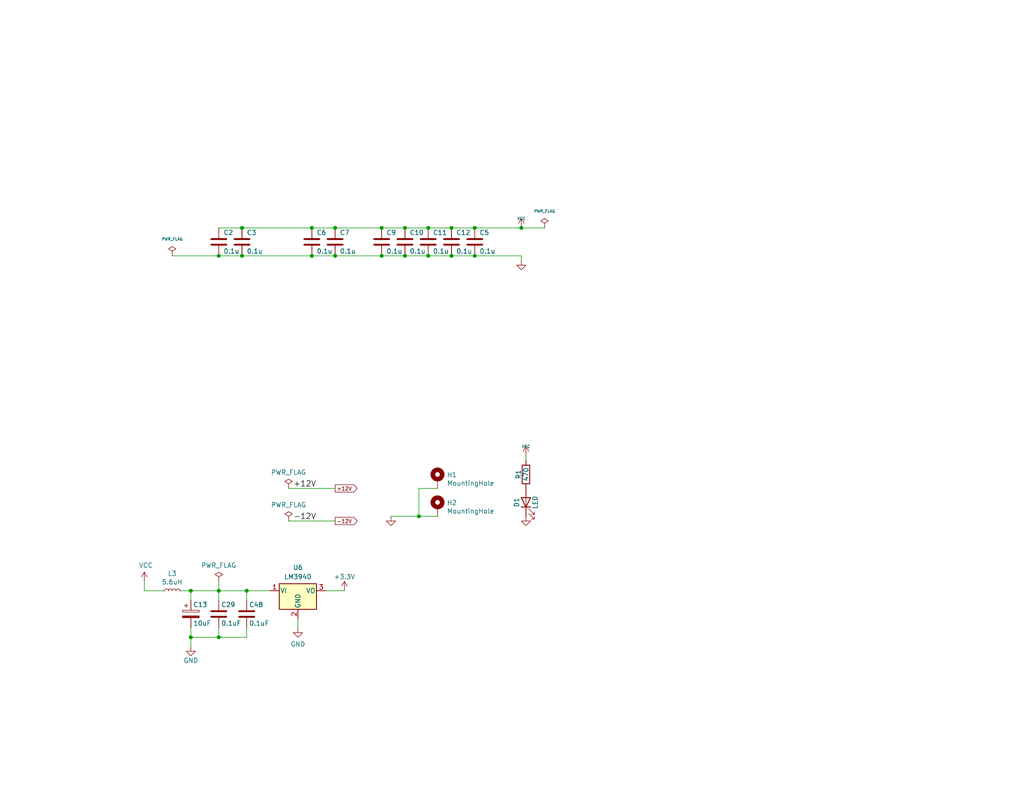
<source format=kicad_sch>
(kicad_sch (version 20230121) (generator eeschema)

  (uuid 47db399e-1a6b-4dec-a39b-ada2c06740c9)

  (paper "A")

  (lib_symbols
    (symbol "Device:C" (pin_numbers hide) (pin_names (offset 0.254)) (in_bom yes) (on_board yes)
      (property "Reference" "C" (at 0.635 2.54 0)
        (effects (font (size 1.27 1.27)) (justify left))
      )
      (property "Value" "C" (at 0.635 -2.54 0)
        (effects (font (size 1.27 1.27)) (justify left))
      )
      (property "Footprint" "" (at 0.9652 -3.81 0)
        (effects (font (size 1.27 1.27)) hide)
      )
      (property "Datasheet" "~" (at 0 0 0)
        (effects (font (size 1.27 1.27)) hide)
      )
      (property "ki_keywords" "cap capacitor" (at 0 0 0)
        (effects (font (size 1.27 1.27)) hide)
      )
      (property "ki_description" "Unpolarized capacitor" (at 0 0 0)
        (effects (font (size 1.27 1.27)) hide)
      )
      (property "ki_fp_filters" "C_*" (at 0 0 0)
        (effects (font (size 1.27 1.27)) hide)
      )
      (symbol "C_0_1"
        (polyline
          (pts
            (xy -2.032 -0.762)
            (xy 2.032 -0.762)
          )
          (stroke (width 0.508) (type default))
          (fill (type none))
        )
        (polyline
          (pts
            (xy -2.032 0.762)
            (xy 2.032 0.762)
          )
          (stroke (width 0.508) (type default))
          (fill (type none))
        )
      )
      (symbol "C_1_1"
        (pin passive line (at 0 3.81 270) (length 2.794)
          (name "~" (effects (font (size 1.27 1.27))))
          (number "1" (effects (font (size 1.27 1.27))))
        )
        (pin passive line (at 0 -3.81 90) (length 2.794)
          (name "~" (effects (font (size 1.27 1.27))))
          (number "2" (effects (font (size 1.27 1.27))))
        )
      )
    )
    (symbol "Device:C_Polarized" (pin_numbers hide) (pin_names (offset 0.254)) (in_bom yes) (on_board yes)
      (property "Reference" "C" (at 0.635 2.54 0)
        (effects (font (size 1.27 1.27)) (justify left))
      )
      (property "Value" "C_Polarized" (at 0.635 -2.54 0)
        (effects (font (size 1.27 1.27)) (justify left))
      )
      (property "Footprint" "" (at 0.9652 -3.81 0)
        (effects (font (size 1.27 1.27)) hide)
      )
      (property "Datasheet" "~" (at 0 0 0)
        (effects (font (size 1.27 1.27)) hide)
      )
      (property "ki_keywords" "cap capacitor" (at 0 0 0)
        (effects (font (size 1.27 1.27)) hide)
      )
      (property "ki_description" "Polarized capacitor" (at 0 0 0)
        (effects (font (size 1.27 1.27)) hide)
      )
      (property "ki_fp_filters" "CP_*" (at 0 0 0)
        (effects (font (size 1.27 1.27)) hide)
      )
      (symbol "C_Polarized_0_1"
        (rectangle (start -2.286 0.508) (end 2.286 1.016)
          (stroke (width 0) (type default))
          (fill (type none))
        )
        (polyline
          (pts
            (xy -1.778 2.286)
            (xy -0.762 2.286)
          )
          (stroke (width 0) (type default))
          (fill (type none))
        )
        (polyline
          (pts
            (xy -1.27 2.794)
            (xy -1.27 1.778)
          )
          (stroke (width 0) (type default))
          (fill (type none))
        )
        (rectangle (start 2.286 -0.508) (end -2.286 -1.016)
          (stroke (width 0) (type default))
          (fill (type outline))
        )
      )
      (symbol "C_Polarized_1_1"
        (pin passive line (at 0 3.81 270) (length 2.794)
          (name "~" (effects (font (size 1.27 1.27))))
          (number "1" (effects (font (size 1.27 1.27))))
        )
        (pin passive line (at 0 -3.81 90) (length 2.794)
          (name "~" (effects (font (size 1.27 1.27))))
          (number "2" (effects (font (size 1.27 1.27))))
        )
      )
    )
    (symbol "Device:LED" (pin_numbers hide) (pin_names (offset 1.016) hide) (in_bom yes) (on_board yes)
      (property "Reference" "D" (at 0 2.54 0)
        (effects (font (size 1.27 1.27)))
      )
      (property "Value" "LED" (at 0 -2.54 0)
        (effects (font (size 1.27 1.27)))
      )
      (property "Footprint" "" (at 0 0 0)
        (effects (font (size 1.27 1.27)) hide)
      )
      (property "Datasheet" "~" (at 0 0 0)
        (effects (font (size 1.27 1.27)) hide)
      )
      (property "ki_keywords" "LED diode" (at 0 0 0)
        (effects (font (size 1.27 1.27)) hide)
      )
      (property "ki_description" "Light emitting diode" (at 0 0 0)
        (effects (font (size 1.27 1.27)) hide)
      )
      (property "ki_fp_filters" "LED* LED_SMD:* LED_THT:*" (at 0 0 0)
        (effects (font (size 1.27 1.27)) hide)
      )
      (symbol "LED_0_1"
        (polyline
          (pts
            (xy -1.27 -1.27)
            (xy -1.27 1.27)
          )
          (stroke (width 0.254) (type default))
          (fill (type none))
        )
        (polyline
          (pts
            (xy -1.27 0)
            (xy 1.27 0)
          )
          (stroke (width 0) (type default))
          (fill (type none))
        )
        (polyline
          (pts
            (xy 1.27 -1.27)
            (xy 1.27 1.27)
            (xy -1.27 0)
            (xy 1.27 -1.27)
          )
          (stroke (width 0.254) (type default))
          (fill (type none))
        )
        (polyline
          (pts
            (xy -3.048 -0.762)
            (xy -4.572 -2.286)
            (xy -3.81 -2.286)
            (xy -4.572 -2.286)
            (xy -4.572 -1.524)
          )
          (stroke (width 0) (type default))
          (fill (type none))
        )
        (polyline
          (pts
            (xy -1.778 -0.762)
            (xy -3.302 -2.286)
            (xy -2.54 -2.286)
            (xy -3.302 -2.286)
            (xy -3.302 -1.524)
          )
          (stroke (width 0) (type default))
          (fill (type none))
        )
      )
      (symbol "LED_1_1"
        (pin passive line (at -3.81 0 0) (length 2.54)
          (name "K" (effects (font (size 1.27 1.27))))
          (number "1" (effects (font (size 1.27 1.27))))
        )
        (pin passive line (at 3.81 0 180) (length 2.54)
          (name "A" (effects (font (size 1.27 1.27))))
          (number "2" (effects (font (size 1.27 1.27))))
        )
      )
    )
    (symbol "Device:L_Small" (pin_numbers hide) (pin_names (offset 0.254) hide) (in_bom yes) (on_board yes)
      (property "Reference" "L" (at 0.762 1.016 0)
        (effects (font (size 1.27 1.27)) (justify left))
      )
      (property "Value" "L_Small" (at 0.762 -1.016 0)
        (effects (font (size 1.27 1.27)) (justify left))
      )
      (property "Footprint" "" (at 0 0 0)
        (effects (font (size 1.27 1.27)) hide)
      )
      (property "Datasheet" "~" (at 0 0 0)
        (effects (font (size 1.27 1.27)) hide)
      )
      (property "ki_keywords" "inductor choke coil reactor magnetic" (at 0 0 0)
        (effects (font (size 1.27 1.27)) hide)
      )
      (property "ki_description" "Inductor, small symbol" (at 0 0 0)
        (effects (font (size 1.27 1.27)) hide)
      )
      (property "ki_fp_filters" "Choke_* *Coil* Inductor_* L_*" (at 0 0 0)
        (effects (font (size 1.27 1.27)) hide)
      )
      (symbol "L_Small_0_1"
        (arc (start 0 -2.032) (mid 0.5058 -1.524) (end 0 -1.016)
          (stroke (width 0) (type default))
          (fill (type none))
        )
        (arc (start 0 -1.016) (mid 0.5058 -0.508) (end 0 0)
          (stroke (width 0) (type default))
          (fill (type none))
        )
        (arc (start 0 0) (mid 0.5058 0.508) (end 0 1.016)
          (stroke (width 0) (type default))
          (fill (type none))
        )
        (arc (start 0 1.016) (mid 0.5058 1.524) (end 0 2.032)
          (stroke (width 0) (type default))
          (fill (type none))
        )
      )
      (symbol "L_Small_1_1"
        (pin passive line (at 0 2.54 270) (length 0.508)
          (name "~" (effects (font (size 1.27 1.27))))
          (number "1" (effects (font (size 1.27 1.27))))
        )
        (pin passive line (at 0 -2.54 90) (length 0.508)
          (name "~" (effects (font (size 1.27 1.27))))
          (number "2" (effects (font (size 1.27 1.27))))
        )
      )
    )
    (symbol "Device:R" (pin_numbers hide) (pin_names (offset 0)) (in_bom yes) (on_board yes)
      (property "Reference" "R" (at 2.032 0 90)
        (effects (font (size 1.27 1.27)))
      )
      (property "Value" "R" (at 0 0 90)
        (effects (font (size 1.27 1.27)))
      )
      (property "Footprint" "" (at -1.778 0 90)
        (effects (font (size 1.27 1.27)) hide)
      )
      (property "Datasheet" "~" (at 0 0 0)
        (effects (font (size 1.27 1.27)) hide)
      )
      (property "ki_keywords" "R res resistor" (at 0 0 0)
        (effects (font (size 1.27 1.27)) hide)
      )
      (property "ki_description" "Resistor" (at 0 0 0)
        (effects (font (size 1.27 1.27)) hide)
      )
      (property "ki_fp_filters" "R_*" (at 0 0 0)
        (effects (font (size 1.27 1.27)) hide)
      )
      (symbol "R_0_1"
        (rectangle (start -1.016 -2.54) (end 1.016 2.54)
          (stroke (width 0.254) (type default))
          (fill (type none))
        )
      )
      (symbol "R_1_1"
        (pin passive line (at 0 3.81 270) (length 1.27)
          (name "~" (effects (font (size 1.27 1.27))))
          (number "1" (effects (font (size 1.27 1.27))))
        )
        (pin passive line (at 0 -3.81 90) (length 1.27)
          (name "~" (effects (font (size 1.27 1.27))))
          (number "2" (effects (font (size 1.27 1.27))))
        )
      )
    )
    (symbol "Mechanical:MountingHole_Pad" (pin_numbers hide) (pin_names (offset 1.016) hide) (in_bom yes) (on_board yes)
      (property "Reference" "H" (at 0 6.35 0)
        (effects (font (size 1.27 1.27)))
      )
      (property "Value" "MountingHole_Pad" (at 0 4.445 0)
        (effects (font (size 1.27 1.27)))
      )
      (property "Footprint" "" (at 0 0 0)
        (effects (font (size 1.27 1.27)) hide)
      )
      (property "Datasheet" "~" (at 0 0 0)
        (effects (font (size 1.27 1.27)) hide)
      )
      (property "ki_keywords" "mounting hole" (at 0 0 0)
        (effects (font (size 1.27 1.27)) hide)
      )
      (property "ki_description" "Mounting Hole with connection" (at 0 0 0)
        (effects (font (size 1.27 1.27)) hide)
      )
      (property "ki_fp_filters" "MountingHole*Pad*" (at 0 0 0)
        (effects (font (size 1.27 1.27)) hide)
      )
      (symbol "MountingHole_Pad_0_1"
        (circle (center 0 1.27) (radius 1.27)
          (stroke (width 1.27) (type default))
          (fill (type none))
        )
      )
      (symbol "MountingHole_Pad_1_1"
        (pin input line (at 0 -2.54 90) (length 2.54)
          (name "1" (effects (font (size 1.27 1.27))))
          (number "1" (effects (font (size 1.27 1.27))))
        )
      )
    )
    (symbol "Regulator_Linear:LM2937xT" (pin_names (offset 0.254)) (in_bom yes) (on_board yes)
      (property "Reference" "U" (at -3.81 3.175 0)
        (effects (font (size 1.27 1.27)))
      )
      (property "Value" "LM2937xT" (at 0 3.175 0)
        (effects (font (size 1.27 1.27)) (justify left))
      )
      (property "Footprint" "Package_TO_SOT_THT:TO-220-3_Vertical" (at 0 5.715 0)
        (effects (font (size 1.27 1.27) italic) hide)
      )
      (property "Datasheet" "http://www.ti.com/lit/ds/symlink/lm2937.pdf" (at 0 -1.27 0)
        (effects (font (size 1.27 1.27)) hide)
      )
      (property "ki_keywords" "Voltage Regulator Low Dropuout Positive LDO" (at 0 0 0)
        (effects (font (size 1.27 1.27)) hide)
      )
      (property "ki_description" "500-mA Low Dropout Regulator, TO-220" (at 0 0 0)
        (effects (font (size 1.27 1.27)) hide)
      )
      (property "ki_fp_filters" "TO?220*" (at 0 0 0)
        (effects (font (size 1.27 1.27)) hide)
      )
      (symbol "LM2937xT_0_1"
        (rectangle (start -5.08 1.905) (end 5.08 -5.08)
          (stroke (width 0.254) (type default))
          (fill (type background))
        )
      )
      (symbol "LM2937xT_1_1"
        (pin power_in line (at -7.62 0 0) (length 2.54)
          (name "VI" (effects (font (size 1.27 1.27))))
          (number "1" (effects (font (size 1.27 1.27))))
        )
        (pin power_in line (at 0 -7.62 90) (length 2.54)
          (name "GND" (effects (font (size 1.27 1.27))))
          (number "2" (effects (font (size 1.27 1.27))))
        )
        (pin power_out line (at 7.62 0 180) (length 2.54)
          (name "VO" (effects (font (size 1.27 1.27))))
          (number "3" (effects (font (size 1.27 1.27))))
        )
      )
    )
    (symbol "power:+3.3V" (power) (pin_names (offset 0)) (in_bom yes) (on_board yes)
      (property "Reference" "#PWR" (at 0 -3.81 0)
        (effects (font (size 1.27 1.27)) hide)
      )
      (property "Value" "+3.3V" (at 0 3.556 0)
        (effects (font (size 1.27 1.27)))
      )
      (property "Footprint" "" (at 0 0 0)
        (effects (font (size 1.27 1.27)) hide)
      )
      (property "Datasheet" "" (at 0 0 0)
        (effects (font (size 1.27 1.27)) hide)
      )
      (property "ki_keywords" "global power" (at 0 0 0)
        (effects (font (size 1.27 1.27)) hide)
      )
      (property "ki_description" "Power symbol creates a global label with name \"+3.3V\"" (at 0 0 0)
        (effects (font (size 1.27 1.27)) hide)
      )
      (symbol "+3.3V_0_1"
        (polyline
          (pts
            (xy -0.762 1.27)
            (xy 0 2.54)
          )
          (stroke (width 0) (type default))
          (fill (type none))
        )
        (polyline
          (pts
            (xy 0 0)
            (xy 0 2.54)
          )
          (stroke (width 0) (type default))
          (fill (type none))
        )
        (polyline
          (pts
            (xy 0 2.54)
            (xy 0.762 1.27)
          )
          (stroke (width 0) (type default))
          (fill (type none))
        )
      )
      (symbol "+3.3V_1_1"
        (pin power_in line (at 0 0 90) (length 0) hide
          (name "+3.3V" (effects (font (size 1.27 1.27))))
          (number "1" (effects (font (size 1.27 1.27))))
        )
      )
    )
    (symbol "power:GND" (power) (pin_names (offset 0)) (in_bom yes) (on_board yes)
      (property "Reference" "#PWR" (at 0 -6.35 0)
        (effects (font (size 1.27 1.27)) hide)
      )
      (property "Value" "GND" (at 0 -3.81 0)
        (effects (font (size 1.27 1.27)))
      )
      (property "Footprint" "" (at 0 0 0)
        (effects (font (size 1.27 1.27)) hide)
      )
      (property "Datasheet" "" (at 0 0 0)
        (effects (font (size 1.27 1.27)) hide)
      )
      (property "ki_keywords" "global power" (at 0 0 0)
        (effects (font (size 1.27 1.27)) hide)
      )
      (property "ki_description" "Power symbol creates a global label with name \"GND\" , ground" (at 0 0 0)
        (effects (font (size 1.27 1.27)) hide)
      )
      (symbol "GND_0_1"
        (polyline
          (pts
            (xy 0 0)
            (xy 0 -1.27)
            (xy 1.27 -1.27)
            (xy 0 -2.54)
            (xy -1.27 -1.27)
            (xy 0 -1.27)
          )
          (stroke (width 0) (type default))
          (fill (type none))
        )
      )
      (symbol "GND_1_1"
        (pin power_in line (at 0 0 270) (length 0) hide
          (name "GND" (effects (font (size 1.27 1.27))))
          (number "1" (effects (font (size 1.27 1.27))))
        )
      )
    )
    (symbol "power:PWR_FLAG" (power) (pin_numbers hide) (pin_names (offset 0) hide) (in_bom yes) (on_board yes)
      (property "Reference" "#FLG" (at 0 1.905 0)
        (effects (font (size 1.27 1.27)) hide)
      )
      (property "Value" "PWR_FLAG" (at 0 3.81 0)
        (effects (font (size 1.27 1.27)))
      )
      (property "Footprint" "" (at 0 0 0)
        (effects (font (size 1.27 1.27)) hide)
      )
      (property "Datasheet" "~" (at 0 0 0)
        (effects (font (size 1.27 1.27)) hide)
      )
      (property "ki_keywords" "flag power" (at 0 0 0)
        (effects (font (size 1.27 1.27)) hide)
      )
      (property "ki_description" "Special symbol for telling ERC where power comes from" (at 0 0 0)
        (effects (font (size 1.27 1.27)) hide)
      )
      (symbol "PWR_FLAG_0_0"
        (pin power_out line (at 0 0 90) (length 0)
          (name "pwr" (effects (font (size 1.27 1.27))))
          (number "1" (effects (font (size 1.27 1.27))))
        )
      )
      (symbol "PWR_FLAG_0_1"
        (polyline
          (pts
            (xy 0 0)
            (xy 0 1.27)
            (xy -1.016 1.905)
            (xy 0 2.54)
            (xy 1.016 1.905)
            (xy 0 1.27)
          )
          (stroke (width 0) (type default))
          (fill (type none))
        )
      )
    )
    (symbol "power:VCC" (power) (pin_names (offset 0)) (in_bom yes) (on_board yes)
      (property "Reference" "#PWR" (at 0 -3.81 0)
        (effects (font (size 1.27 1.27)) hide)
      )
      (property "Value" "VCC" (at 0 3.81 0)
        (effects (font (size 1.27 1.27)))
      )
      (property "Footprint" "" (at 0 0 0)
        (effects (font (size 1.27 1.27)) hide)
      )
      (property "Datasheet" "" (at 0 0 0)
        (effects (font (size 1.27 1.27)) hide)
      )
      (property "ki_keywords" "global power" (at 0 0 0)
        (effects (font (size 1.27 1.27)) hide)
      )
      (property "ki_description" "Power symbol creates a global label with name \"VCC\"" (at 0 0 0)
        (effects (font (size 1.27 1.27)) hide)
      )
      (symbol "VCC_0_1"
        (polyline
          (pts
            (xy -0.762 1.27)
            (xy 0 2.54)
          )
          (stroke (width 0) (type default))
          (fill (type none))
        )
        (polyline
          (pts
            (xy 0 0)
            (xy 0 2.54)
          )
          (stroke (width 0) (type default))
          (fill (type none))
        )
        (polyline
          (pts
            (xy 0 2.54)
            (xy 0.762 1.27)
          )
          (stroke (width 0) (type default))
          (fill (type none))
        )
      )
      (symbol "VCC_1_1"
        (pin power_in line (at 0 0 90) (length 0) hide
          (name "VCC" (effects (font (size 1.27 1.27))))
          (number "1" (effects (font (size 1.27 1.27))))
        )
      )
    )
  )

  (junction (at 52.07 161.29) (diameter 0) (color 0 0 0 0)
    (uuid 0f61b2ea-0d75-4a48-91d2-9c158b2e1fc5)
  )
  (junction (at 67.31 161.29) (diameter 0) (color 0 0 0 0)
    (uuid 14167b96-9f92-4dc7-9700-3113dbd218af)
  )
  (junction (at 66.04 62.23) (diameter 0) (color 0 0 0 0)
    (uuid 1873697a-cf2e-4a34-936f-e209e8ddd364)
  )
  (junction (at 116.84 62.23) (diameter 0) (color 0 0 0 0)
    (uuid 1bf5562b-3542-4247-b93c-7b07ab3819f9)
  )
  (junction (at 142.24 62.23) (diameter 0) (color 0 0 0 0)
    (uuid 1fb3eab2-6afe-4b26-b45d-dc6cd75af693)
  )
  (junction (at 91.44 62.23) (diameter 0) (color 0 0 0 0)
    (uuid 24849768-9bbe-4f3f-822d-e82531ce8bb2)
  )
  (junction (at 91.44 69.85) (diameter 0) (color 0 0 0 0)
    (uuid 30e85b54-ffe5-45f0-93ec-04a0d4f856ff)
  )
  (junction (at 104.14 62.23) (diameter 0) (color 0 0 0 0)
    (uuid 52bc679b-f811-4429-98cf-f216756deff2)
  )
  (junction (at 66.04 69.85) (diameter 0) (color 0 0 0 0)
    (uuid 58d6a270-2070-44f8-a02c-77913c34a3a5)
  )
  (junction (at 116.84 69.85) (diameter 0) (color 0 0 0 0)
    (uuid 683ffb95-b6c9-4d0b-8b90-c32156d4bdb4)
  )
  (junction (at 114.3 140.97) (diameter 0) (color 0 0 0 0)
    (uuid 6f397fa0-b9d6-41bb-8d07-b4a48df39608)
  )
  (junction (at 52.07 173.99) (diameter 0) (color 0 0 0 0)
    (uuid 7f87756f-e408-4fcf-b1c3-81cb4590bd3b)
  )
  (junction (at 110.49 62.23) (diameter 0) (color 0 0 0 0)
    (uuid 83b4b701-1839-43aa-817b-918a3e380f22)
  )
  (junction (at 59.69 161.29) (diameter 0) (color 0 0 0 0)
    (uuid 865ff90e-aea6-461a-880c-f2131e430f58)
  )
  (junction (at 123.19 62.23) (diameter 0) (color 0 0 0 0)
    (uuid 8c11daf5-dcc3-45e3-93e0-2675a5e3baf7)
  )
  (junction (at 129.54 62.23) (diameter 0) (color 0 0 0 0)
    (uuid 906102c6-def4-4e2f-8baa-6ae4d7606802)
  )
  (junction (at 110.49 69.85) (diameter 0) (color 0 0 0 0)
    (uuid 99d4ff07-8e97-4343-ba6c-533dea2d6ded)
  )
  (junction (at 104.14 69.85) (diameter 0) (color 0 0 0 0)
    (uuid 9a486393-d8ef-447f-a2a7-496997e9848d)
  )
  (junction (at 85.09 62.23) (diameter 0) (color 0 0 0 0)
    (uuid a412f9fd-17d0-4bf1-80bd-4ed31414d7b5)
  )
  (junction (at 59.69 173.99) (diameter 0) (color 0 0 0 0)
    (uuid b530abcb-7c67-4f89-9a50-a65c14e8d081)
  )
  (junction (at 123.19 69.85) (diameter 0) (color 0 0 0 0)
    (uuid b800b908-ce07-4504-8227-017ec68c715f)
  )
  (junction (at 129.54 69.85) (diameter 0) (color 0 0 0 0)
    (uuid d2d6e354-2810-4666-bafd-5a8c441f8d3e)
  )
  (junction (at 85.09 69.85) (diameter 0) (color 0 0 0 0)
    (uuid d89d5047-2476-490f-88ef-3ac1e183075e)
  )
  (junction (at 59.69 69.85) (diameter 0) (color 0 0 0 0)
    (uuid f5d8be65-f36b-4350-b75e-868d563b6b2f)
  )

  (wire (pts (xy 67.31 163.83) (xy 67.31 161.29))
    (stroke (width 0) (type default))
    (uuid 0ceafd4c-ede8-4fdd-8846-bca28067bb99)
  )
  (wire (pts (xy 67.31 173.99) (xy 59.69 173.99))
    (stroke (width 0) (type default))
    (uuid 2138b346-3ae6-45a8-b235-f7a7ca273ff7)
  )
  (wire (pts (xy 119.38 140.97) (xy 114.3 140.97))
    (stroke (width 0) (type default))
    (uuid 2f76b7c6-1eb6-4fe0-a054-5caf72ed25a6)
  )
  (wire (pts (xy 78.74 133.35) (xy 91.44 133.35))
    (stroke (width 0) (type default))
    (uuid 33f0abef-d2bf-41dd-b7d5-e1dbc972c3e1)
  )
  (wire (pts (xy 91.44 62.23) (xy 104.14 62.23))
    (stroke (width 0) (type default))
    (uuid 34c42e02-019d-4fd8-b0e7-9435ce1ee5d8)
  )
  (wire (pts (xy 67.31 171.45) (xy 67.31 173.99))
    (stroke (width 0) (type default))
    (uuid 4d074d01-fb1b-4a24-ad00-14546d660920)
  )
  (wire (pts (xy 129.54 69.85) (xy 142.24 69.85))
    (stroke (width 0) (type default))
    (uuid 563ef5c9-d6c2-4ca5-9f77-5999989bfd43)
  )
  (wire (pts (xy 91.44 69.85) (xy 104.14 69.85))
    (stroke (width 0) (type default))
    (uuid 582655ff-1f7e-49ad-980a-6b7a8ef260ad)
  )
  (wire (pts (xy 52.07 173.99) (xy 52.07 176.53))
    (stroke (width 0) (type default))
    (uuid 5893a90b-2eb5-41b3-a16c-f33908473f5c)
  )
  (wire (pts (xy 46.99 69.85) (xy 59.69 69.85))
    (stroke (width 0) (type default))
    (uuid 594354b1-7c41-488d-a103-6f4e94a42c44)
  )
  (wire (pts (xy 52.07 161.29) (xy 59.69 161.29))
    (stroke (width 0) (type default))
    (uuid 638a944e-00d1-487a-a7c8-1cc3681aced2)
  )
  (wire (pts (xy 142.24 62.23) (xy 148.59 62.23))
    (stroke (width 0) (type default))
    (uuid 63fd16b2-c326-466d-b3bf-f0529ed1b8fa)
  )
  (wire (pts (xy 88.9 161.29) (xy 93.98 161.29))
    (stroke (width 0) (type default))
    (uuid 6c5be892-017d-49c9-92b8-2b436d9900b7)
  )
  (wire (pts (xy 123.19 62.23) (xy 129.54 62.23))
    (stroke (width 0) (type default))
    (uuid 6d6ee033-4b8b-4114-b5b3-ad5736c88f68)
  )
  (wire (pts (xy 39.37 161.29) (xy 39.37 158.75))
    (stroke (width 0) (type default))
    (uuid 6d8edd44-657f-465d-b7a1-9e4d0eaf833a)
  )
  (wire (pts (xy 67.31 161.29) (xy 73.66 161.29))
    (stroke (width 0) (type default))
    (uuid 6f4fde79-1e3f-412e-a1ad-4ce031ab7365)
  )
  (wire (pts (xy 59.69 161.29) (xy 59.69 158.75))
    (stroke (width 0) (type default))
    (uuid 7250eb38-935e-4d9b-923c-f71e5146d39e)
  )
  (wire (pts (xy 110.49 62.23) (xy 116.84 62.23))
    (stroke (width 0) (type default))
    (uuid 74d2af76-0019-46b7-af5c-e6d6a62c454e)
  )
  (wire (pts (xy 78.74 142.24) (xy 91.44 142.24))
    (stroke (width 0) (type default))
    (uuid 7527b0a3-6386-4182-9b62-e914af159f15)
  )
  (wire (pts (xy 49.53 161.29) (xy 52.07 161.29))
    (stroke (width 0) (type default))
    (uuid 80eaaabc-c63e-4839-8af9-8c65f912e860)
  )
  (wire (pts (xy 66.04 62.23) (xy 59.69 62.23))
    (stroke (width 0) (type default))
    (uuid 85bc6131-9e64-4a9c-b88a-e0d3fe411a02)
  )
  (wire (pts (xy 59.69 161.29) (xy 59.69 163.83))
    (stroke (width 0) (type default))
    (uuid 897d8bc5-341f-4b56-ae90-5b6a85d6a91a)
  )
  (wire (pts (xy 66.04 69.85) (xy 85.09 69.85))
    (stroke (width 0) (type default))
    (uuid 90d55f4d-aa54-4e79-a700-8f9cf315751e)
  )
  (wire (pts (xy 52.07 171.45) (xy 52.07 173.99))
    (stroke (width 0) (type default))
    (uuid 90e06103-40bb-4fa7-a363-acd6aeded49a)
  )
  (wire (pts (xy 59.69 173.99) (xy 59.69 171.45))
    (stroke (width 0) (type default))
    (uuid 9f649c45-29a8-4f7d-ae26-d2a0f0d396db)
  )
  (wire (pts (xy 116.84 69.85) (xy 123.19 69.85))
    (stroke (width 0) (type default))
    (uuid a8dc007d-5373-4563-9c84-1734e770aa76)
  )
  (wire (pts (xy 81.28 168.91) (xy 81.28 171.45))
    (stroke (width 0) (type default))
    (uuid b122837d-e652-43f8-844b-a7aa43faaf12)
  )
  (wire (pts (xy 91.44 62.23) (xy 85.09 62.23))
    (stroke (width 0) (type default))
    (uuid b30ed4f8-417b-4972-b984-12639f2353a3)
  )
  (wire (pts (xy 119.38 133.35) (xy 114.3 133.35))
    (stroke (width 0) (type default))
    (uuid b46f633c-ac58-4999-9269-ae2e06d3f024)
  )
  (wire (pts (xy 142.24 69.85) (xy 142.24 71.12))
    (stroke (width 0) (type default))
    (uuid b4f4bb33-0f1b-44f9-846d-a38da892b7b6)
  )
  (wire (pts (xy 66.04 62.23) (xy 85.09 62.23))
    (stroke (width 0) (type default))
    (uuid b65dfa83-acd3-48ba-b86a-7c0715eebdd4)
  )
  (wire (pts (xy 59.69 161.29) (xy 67.31 161.29))
    (stroke (width 0) (type default))
    (uuid bf1a0bbf-8b90-4389-a21c-544b111ae4d0)
  )
  (wire (pts (xy 123.19 69.85) (xy 129.54 69.85))
    (stroke (width 0) (type default))
    (uuid c46accee-2111-429e-bdc9-05a23230dfa3)
  )
  (wire (pts (xy 52.07 173.99) (xy 59.69 173.99))
    (stroke (width 0) (type default))
    (uuid c8826179-eac4-4d2c-93c8-cad0abdcc27c)
  )
  (wire (pts (xy 143.51 125.73) (xy 143.51 124.46))
    (stroke (width 0) (type default))
    (uuid ce1790f2-9429-4349-b8b1-2b4d661932d6)
  )
  (wire (pts (xy 104.14 69.85) (xy 110.49 69.85))
    (stroke (width 0) (type default))
    (uuid d5e9c4c3-4aba-4fb6-8c52-7a6c2c001a29)
  )
  (wire (pts (xy 52.07 161.29) (xy 52.07 163.83))
    (stroke (width 0) (type default))
    (uuid d83f9cdb-becd-4245-b6bb-0a787810b147)
  )
  (wire (pts (xy 110.49 62.23) (xy 104.14 62.23))
    (stroke (width 0) (type default))
    (uuid e0317e0d-2e19-4393-a2e5-630d33ed22cc)
  )
  (wire (pts (xy 116.84 62.23) (xy 123.19 62.23))
    (stroke (width 0) (type default))
    (uuid eb930c07-9dfa-48c0-a055-01fdec03c2f2)
  )
  (wire (pts (xy 114.3 133.35) (xy 114.3 140.97))
    (stroke (width 0) (type default))
    (uuid eba04195-c0c8-47c3-9568-40898bf98182)
  )
  (wire (pts (xy 110.49 69.85) (xy 116.84 69.85))
    (stroke (width 0) (type default))
    (uuid ec7e1fb6-9fa1-4de1-9551-0e3317fb61f8)
  )
  (wire (pts (xy 129.54 62.23) (xy 142.24 62.23))
    (stroke (width 0) (type default))
    (uuid f1a2519e-3b7f-4f97-9e57-8fab52793cb7)
  )
  (wire (pts (xy 59.69 69.85) (xy 66.04 69.85))
    (stroke (width 0) (type default))
    (uuid f6c00d7a-074a-4b13-b230-752fa152f154)
  )
  (wire (pts (xy 44.45 161.29) (xy 39.37 161.29))
    (stroke (width 0) (type default))
    (uuid f9ac958b-64b0-4926-9370-1fdc5fe7d191)
  )
  (wire (pts (xy 85.09 69.85) (xy 91.44 69.85))
    (stroke (width 0) (type default))
    (uuid fa888657-b601-4f58-b2a9-43c503004ff2)
  )
  (wire (pts (xy 114.3 140.97) (xy 106.68 140.97))
    (stroke (width 0) (type default))
    (uuid fea8058a-d83f-49bb-8d00-81d481939c1e)
  )

  (label "-12V" (at 80.01 142.24 0) (fields_autoplaced)
    (effects (font (size 1.524 1.524)) (justify left bottom))
    (uuid 4502131f-b4a1-410d-9c5f-50a456002a61)
  )
  (label "+12V" (at 80.01 133.35 0) (fields_autoplaced)
    (effects (font (size 1.524 1.524)) (justify left bottom))
    (uuid a4407ca6-1051-4172-835b-aa866637b5ea)
  )

  (global_label "+12V" (shape output) (at 91.44 133.35 0) (fields_autoplaced)
    (effects (font (size 1.016 1.016)) (justify left))
    (uuid cafced2e-b9f7-4e48-abf3-9d383ff7e812)
    (property "Intersheetrefs" "${INTERSHEET_REFS}" (at -49.53 -41.91 0)
      (effects (font (size 1.27 1.27)) hide)
    )
  )
  (global_label "-12V" (shape output) (at 91.44 142.24 0) (fields_autoplaced)
    (effects (font (size 1.016 1.016)) (justify left))
    (uuid e273b341-8373-4bb6-9f96-699008824800)
    (property "Intersheetrefs" "${INTERSHEET_REFS}" (at -49.53 -41.91 0)
      (effects (font (size 1.27 1.27)) hide)
    )
  )

  (symbol (lib_id "power:GND") (at 142.24 71.12 0) (unit 1)
    (in_bom yes) (on_board yes) (dnp no)
    (uuid 00000000-0000-0000-0000-0000603a93ce)
    (property "Reference" "#PWR05" (at 142.24 71.12 0)
      (effects (font (size 0.762 0.762)) hide)
    )
    (property "Value" "GND" (at 142.24 72.898 0)
      (effects (font (size 0.762 0.762)) hide)
    )
    (property "Footprint" "" (at 142.24 71.12 0)
      (effects (font (size 1.524 1.524)) hide)
    )
    (property "Datasheet" "" (at 142.24 71.12 0)
      (effects (font (size 1.524 1.524)) hide)
    )
    (pin "1" (uuid 5ff500cc-740c-4b06-8ca1-059a51d9bcd8))
    (instances
      (project "input-output.MappedVideo"
        (path "/479bf443-b2c2-4e75-a1b6-3b5fe737a9e1/00000000-0000-0000-0000-00006685b201"
          (reference "#PWR05") (unit 1)
        )
      )
    )
  )

  (symbol (lib_id "power:VCC") (at 142.24 62.23 0) (unit 1)
    (in_bom yes) (on_board yes) (dnp no)
    (uuid 00000000-0000-0000-0000-0000603a9412)
    (property "Reference" "#PWR04" (at 142.24 59.69 0)
      (effects (font (size 0.762 0.762)) hide)
    )
    (property "Value" "VCC" (at 142.24 59.69 0)
      (effects (font (size 0.762 0.762)))
    )
    (property "Footprint" "" (at 142.24 62.23 0)
      (effects (font (size 1.524 1.524)) hide)
    )
    (property "Datasheet" "" (at 142.24 62.23 0)
      (effects (font (size 1.524 1.524)) hide)
    )
    (pin "1" (uuid 38717306-1d54-400c-af70-46afa231abe7))
    (instances
      (project "input-output.MappedVideo"
        (path "/479bf443-b2c2-4e75-a1b6-3b5fe737a9e1/00000000-0000-0000-0000-00006685b201"
          (reference "#PWR04") (unit 1)
        )
      )
    )
  )

  (symbol (lib_id "Device:C") (at 104.14 66.04 0) (unit 1)
    (in_bom yes) (on_board yes) (dnp no)
    (uuid 00000000-0000-0000-0000-0000610e21c8)
    (property "Reference" "C9" (at 105.41 63.5 0)
      (effects (font (size 1.27 1.27)) (justify left))
    )
    (property "Value" "0.1u" (at 105.41 68.58 0)
      (effects (font (size 1.27 1.27)) (justify left))
    )
    (property "Footprint" "Capacitor_THT:C_Disc_D5.0mm_W2.5mm_P5.00mm" (at 105.1052 69.85 0)
      (effects (font (size 1.27 1.27)) hide)
    )
    (property "Datasheet" "~" (at 104.14 66.04 0)
      (effects (font (size 1.27 1.27)) hide)
    )
    (pin "1" (uuid e3d0f3ea-1bae-4bb8-bca1-926b2f6da080))
    (pin "2" (uuid 200c488b-3741-4604-8584-a173a3c9bf6e))
    (instances
      (project "input-output.MappedVideo"
        (path "/479bf443-b2c2-4e75-a1b6-3b5fe737a9e1/00000000-0000-0000-0000-00006685b201"
          (reference "C9") (unit 1)
        )
      )
    )
  )

  (symbol (lib_id "Device:C") (at 110.49 66.04 0) (unit 1)
    (in_bom yes) (on_board yes) (dnp no)
    (uuid 00000000-0000-0000-0000-0000637504ca)
    (property "Reference" "C10" (at 111.76 63.5 0)
      (effects (font (size 1.27 1.27)) (justify left))
    )
    (property "Value" "0.1u" (at 111.76 68.58 0)
      (effects (font (size 1.27 1.27)) (justify left))
    )
    (property "Footprint" "Capacitor_THT:C_Disc_D5.0mm_W2.5mm_P5.00mm" (at 111.4552 69.85 0)
      (effects (font (size 1.27 1.27)) hide)
    )
    (property "Datasheet" "~" (at 110.49 66.04 0)
      (effects (font (size 1.27 1.27)) hide)
    )
    (pin "1" (uuid 8958bef7-2bef-4a14-94c9-327fd7f30f95))
    (pin "2" (uuid 234da2dc-22ab-4fec-a36e-c0bf0dd3afbd))
    (instances
      (project "input-output.MappedVideo"
        (path "/479bf443-b2c2-4e75-a1b6-3b5fe737a9e1/00000000-0000-0000-0000-00006685b201"
          (reference "C10") (unit 1)
        )
      )
    )
  )

  (symbol (lib_id "Device:C") (at 66.04 66.04 0) (unit 1)
    (in_bom yes) (on_board yes) (dnp no)
    (uuid 00000000-0000-0000-0000-0000641eb929)
    (property "Reference" "C3" (at 67.31 63.5 0)
      (effects (font (size 1.27 1.27)) (justify left))
    )
    (property "Value" "0.1u" (at 67.31 68.58 0)
      (effects (font (size 1.27 1.27)) (justify left))
    )
    (property "Footprint" "Capacitor_THT:C_Disc_D5.0mm_W2.5mm_P5.00mm" (at 67.0052 69.85 0)
      (effects (font (size 1.27 1.27)) hide)
    )
    (property "Datasheet" "~" (at 66.04 66.04 0)
      (effects (font (size 1.27 1.27)) hide)
    )
    (pin "1" (uuid 4d7f82ec-a297-4347-9273-b74a397581fb))
    (pin "2" (uuid 48bfde1e-4d75-4fd5-bf00-092cce45a298))
    (instances
      (project "input-output.MappedVideo"
        (path "/479bf443-b2c2-4e75-a1b6-3b5fe737a9e1/00000000-0000-0000-0000-00006685b201"
          (reference "C3") (unit 1)
        )
      )
    )
  )

  (symbol (lib_id "power:GND") (at 143.51 140.97 0) (unit 1)
    (in_bom yes) (on_board yes) (dnp no)
    (uuid 00000000-0000-0000-0000-0000641eb92c)
    (property "Reference" "#PWR03" (at 143.51 140.97 0)
      (effects (font (size 0.762 0.762)) hide)
    )
    (property "Value" "GND" (at 143.51 142.748 0)
      (effects (font (size 0.762 0.762)) hide)
    )
    (property "Footprint" "" (at 143.51 140.97 0)
      (effects (font (size 1.524 1.524)) hide)
    )
    (property "Datasheet" "" (at 143.51 140.97 0)
      (effects (font (size 1.524 1.524)) hide)
    )
    (pin "1" (uuid 72a28721-64a6-4006-929c-81694feb01a3))
    (instances
      (project "input-output.MappedVideo"
        (path "/479bf443-b2c2-4e75-a1b6-3b5fe737a9e1/00000000-0000-0000-0000-00006685b201"
          (reference "#PWR03") (unit 1)
        )
      )
    )
  )

  (symbol (lib_id "Device:C") (at 91.44 66.04 0) (unit 1)
    (in_bom yes) (on_board yes) (dnp no)
    (uuid 00000000-0000-0000-0000-0000641eb93d)
    (property "Reference" "C7" (at 92.71 63.5 0)
      (effects (font (size 1.27 1.27)) (justify left))
    )
    (property "Value" "0.1u" (at 92.71 68.58 0)
      (effects (font (size 1.27 1.27)) (justify left))
    )
    (property "Footprint" "Capacitor_THT:C_Disc_D5.0mm_W2.5mm_P5.00mm" (at 92.4052 69.85 0)
      (effects (font (size 1.27 1.27)) hide)
    )
    (property "Datasheet" "~" (at 91.44 66.04 0)
      (effects (font (size 1.27 1.27)) hide)
    )
    (pin "1" (uuid e4d55554-3263-4624-a15e-c776471bfe3a))
    (pin "2" (uuid 65d8c2bf-be2e-448e-9b0d-d4f739d80aaf))
    (instances
      (project "input-output.MappedVideo"
        (path "/479bf443-b2c2-4e75-a1b6-3b5fe737a9e1/00000000-0000-0000-0000-00006685b201"
          (reference "C7") (unit 1)
        )
      )
    )
  )

  (symbol (lib_id "Device:C") (at 116.84 66.04 0) (unit 1)
    (in_bom yes) (on_board yes) (dnp no)
    (uuid 00000000-0000-0000-0000-00006432dd37)
    (property "Reference" "C11" (at 118.11 63.5 0)
      (effects (font (size 1.27 1.27)) (justify left))
    )
    (property "Value" "0.1u" (at 118.11 68.58 0)
      (effects (font (size 1.27 1.27)) (justify left))
    )
    (property "Footprint" "Capacitor_THT:C_Disc_D5.0mm_W2.5mm_P5.00mm" (at 117.8052 69.85 0)
      (effects (font (size 1.27 1.27)) hide)
    )
    (property "Datasheet" "~" (at 116.84 66.04 0)
      (effects (font (size 1.27 1.27)) hide)
    )
    (pin "1" (uuid cc3688ce-2675-409e-be1a-23337bdba090))
    (pin "2" (uuid 4b3b8124-b91d-4468-b9d0-addf0e91e5c0))
    (instances
      (project "input-output.MappedVideo"
        (path "/479bf443-b2c2-4e75-a1b6-3b5fe737a9e1/00000000-0000-0000-0000-00006685b201"
          (reference "C11") (unit 1)
        )
      )
    )
  )

  (symbol (lib_id "Device:C") (at 123.19 66.04 0) (unit 1)
    (in_bom yes) (on_board yes) (dnp no)
    (uuid 00000000-0000-0000-0000-00006432dd38)
    (property "Reference" "C12" (at 124.46 63.5 0)
      (effects (font (size 1.27 1.27)) (justify left))
    )
    (property "Value" "0.1u" (at 124.46 68.58 0)
      (effects (font (size 1.27 1.27)) (justify left))
    )
    (property "Footprint" "Capacitor_THT:C_Disc_D5.0mm_W2.5mm_P5.00mm" (at 124.1552 69.85 0)
      (effects (font (size 1.27 1.27)) hide)
    )
    (property "Datasheet" "~" (at 123.19 66.04 0)
      (effects (font (size 1.27 1.27)) hide)
    )
    (pin "1" (uuid 705ef6d8-cbdf-4619-8904-02bdb6f70c33))
    (pin "2" (uuid b3bf49e4-8014-4339-bd8b-88b8adcda2ce))
    (instances
      (project "input-output.MappedVideo"
        (path "/479bf443-b2c2-4e75-a1b6-3b5fe737a9e1/00000000-0000-0000-0000-00006685b201"
          (reference "C12") (unit 1)
        )
      )
    )
  )

  (symbol (lib_id "power:GND") (at 106.68 140.97 0) (unit 1)
    (in_bom yes) (on_board yes) (dnp no)
    (uuid 00000000-0000-0000-0000-000064a6631c)
    (property "Reference" "#PWR01" (at 106.68 140.97 0)
      (effects (font (size 0.762 0.762)) hide)
    )
    (property "Value" "GND" (at 106.68 142.748 0)
      (effects (font (size 0.762 0.762)) hide)
    )
    (property "Footprint" "" (at 106.68 140.97 0)
      (effects (font (size 1.524 1.524)) hide)
    )
    (property "Datasheet" "" (at 106.68 140.97 0)
      (effects (font (size 1.524 1.524)) hide)
    )
    (pin "1" (uuid ccfc8e2f-81c1-44cd-ba61-971af28cf75e))
    (instances
      (project "input-output.MappedVideo"
        (path "/479bf443-b2c2-4e75-a1b6-3b5fe737a9e1/00000000-0000-0000-0000-00006685b201"
          (reference "#PWR01") (unit 1)
        )
      )
    )
  )

  (symbol (lib_id "Mechanical:MountingHole_Pad") (at 119.38 138.43 0) (unit 1)
    (in_bom yes) (on_board yes) (dnp no)
    (uuid 00000000-0000-0000-0000-0000652ba239)
    (property "Reference" "H2" (at 121.92 137.2616 0)
      (effects (font (size 1.27 1.27)) (justify left))
    )
    (property "Value" "MountingHole" (at 121.92 139.573 0)
      (effects (font (size 1.27 1.27)) (justify left))
    )
    (property "Footprint" "MountingHole:MountingHole_3.2mm_M3_Pad" (at 119.38 138.43 0)
      (effects (font (size 1.27 1.27)) hide)
    )
    (property "Datasheet" "~" (at 119.38 138.43 0)
      (effects (font (size 1.27 1.27)) hide)
    )
    (pin "1" (uuid 665e386d-e0e2-438f-8f55-827d149f264e))
    (instances
      (project "input-output.MappedVideo"
        (path "/479bf443-b2c2-4e75-a1b6-3b5fe737a9e1/00000000-0000-0000-0000-00006685b201"
          (reference "H2") (unit 1)
        )
      )
    )
  )

  (symbol (lib_id "Mechanical:MountingHole_Pad") (at 119.38 130.81 0) (unit 1)
    (in_bom yes) (on_board yes) (dnp no)
    (uuid 00000000-0000-0000-0000-000066993fc9)
    (property "Reference" "H1" (at 121.92 129.6416 0)
      (effects (font (size 1.27 1.27)) (justify left))
    )
    (property "Value" "MountingHole" (at 121.92 131.953 0)
      (effects (font (size 1.27 1.27)) (justify left))
    )
    (property "Footprint" "MountingHole:MountingHole_3.2mm_M3_Pad" (at 119.38 130.81 0)
      (effects (font (size 1.27 1.27)) hide)
    )
    (property "Datasheet" "~" (at 119.38 130.81 0)
      (effects (font (size 1.27 1.27)) hide)
    )
    (pin "1" (uuid 525bd2f8-fc2c-4e71-8655-64597dc32a67))
    (instances
      (project "input-output.MappedVideo"
        (path "/479bf443-b2c2-4e75-a1b6-3b5fe737a9e1/00000000-0000-0000-0000-00006685b201"
          (reference "H1") (unit 1)
        )
      )
    )
  )

  (symbol (lib_id "power:PWR_FLAG") (at 78.74 133.35 0) (unit 1)
    (in_bom yes) (on_board yes) (dnp no)
    (uuid 00000000-0000-0000-0000-000066993fca)
    (property "Reference" "#FLG02" (at 78.74 131.445 0)
      (effects (font (size 1.27 1.27)) hide)
    )
    (property "Value" "PWR_FLAG" (at 78.74 128.9558 0)
      (effects (font (size 1.27 1.27)))
    )
    (property "Footprint" "" (at 78.74 133.35 0)
      (effects (font (size 1.27 1.27)) hide)
    )
    (property "Datasheet" "~" (at 78.74 133.35 0)
      (effects (font (size 1.27 1.27)) hide)
    )
    (pin "1" (uuid 28b5d2b6-c0f2-4bc2-82e9-6046cc8042d8))
    (instances
      (project "input-output.MappedVideo"
        (path "/479bf443-b2c2-4e75-a1b6-3b5fe737a9e1/00000000-0000-0000-0000-00006685b201"
          (reference "#FLG02") (unit 1)
        )
      )
    )
  )

  (symbol (lib_id "power:PWR_FLAG") (at 78.74 142.24 0) (unit 1)
    (in_bom yes) (on_board yes) (dnp no)
    (uuid 00000000-0000-0000-0000-000066993fcb)
    (property "Reference" "#FLG03" (at 78.74 140.335 0)
      (effects (font (size 1.27 1.27)) hide)
    )
    (property "Value" "PWR_FLAG" (at 78.74 137.8458 0)
      (effects (font (size 1.27 1.27)))
    )
    (property "Footprint" "" (at 78.74 142.24 0)
      (effects (font (size 1.27 1.27)) hide)
    )
    (property "Datasheet" "~" (at 78.74 142.24 0)
      (effects (font (size 1.27 1.27)) hide)
    )
    (pin "1" (uuid 5cc8643c-59ea-40c0-a6c4-63d19f7b730d))
    (instances
      (project "input-output.MappedVideo"
        (path "/479bf443-b2c2-4e75-a1b6-3b5fe737a9e1/00000000-0000-0000-0000-00006685b201"
          (reference "#FLG03") (unit 1)
        )
      )
    )
  )

  (symbol (lib_id "power:PWR_FLAG") (at 148.59 62.23 0) (unit 1)
    (in_bom yes) (on_board yes) (dnp no)
    (uuid 00000000-0000-0000-0000-000066ef3cbd)
    (property "Reference" "#FLG04" (at 148.59 59.817 0)
      (effects (font (size 0.762 0.762)) hide)
    )
    (property "Value" "PWR_FLAG" (at 148.59 57.658 0)
      (effects (font (size 0.762 0.762)))
    )
    (property "Footprint" "" (at 148.59 62.23 0)
      (effects (font (size 1.524 1.524)) hide)
    )
    (property "Datasheet" "~" (at 148.59 62.23 0)
      (effects (font (size 1.524 1.524)) hide)
    )
    (pin "1" (uuid c26d2e06-b57f-4661-8491-c7008cee974e))
    (instances
      (project "input-output.MappedVideo"
        (path "/479bf443-b2c2-4e75-a1b6-3b5fe737a9e1/00000000-0000-0000-0000-00006685b201"
          (reference "#FLG04") (unit 1)
        )
      )
    )
  )

  (symbol (lib_id "Device:LED") (at 143.51 137.16 90) (unit 1)
    (in_bom yes) (on_board yes) (dnp no)
    (uuid 00000000-0000-0000-0000-0000699b539b)
    (property "Reference" "D1" (at 140.97 137.16 0)
      (effects (font (size 1.27 1.27)))
    )
    (property "Value" "LED" (at 146.05 137.16 0)
      (effects (font (size 1.27 1.27)))
    )
    (property "Footprint" "LED_THT:LED_D3.0mm_Horizontal_O3.81mm_Z2.0mm" (at 143.51 137.16 0)
      (effects (font (size 1.27 1.27)) hide)
    )
    (property "Datasheet" "~" (at 143.51 137.16 0)
      (effects (font (size 1.27 1.27)) hide)
    )
    (pin "1" (uuid e17f5021-1766-4534-9a13-174dffbaec26))
    (pin "2" (uuid 483b16ae-2ea3-498d-8c4b-e69e13a9415f))
    (instances
      (project "input-output.MappedVideo"
        (path "/479bf443-b2c2-4e75-a1b6-3b5fe737a9e1/00000000-0000-0000-0000-00006685b201"
          (reference "D1") (unit 1)
        )
      )
    )
  )

  (symbol (lib_id "Device:R") (at 143.51 129.54 180) (unit 1)
    (in_bom yes) (on_board yes) (dnp no)
    (uuid 00000000-0000-0000-0000-0000699b539c)
    (property "Reference" "R1" (at 141.478 129.54 90)
      (effects (font (size 1.27 1.27)))
    )
    (property "Value" "470" (at 143.51 129.54 90)
      (effects (font (size 1.27 1.27)))
    )
    (property "Footprint" "Resistor_THT:R_Axial_DIN0207_L6.3mm_D2.5mm_P7.62mm_Horizontal" (at 145.288 129.54 90)
      (effects (font (size 1.27 1.27)) hide)
    )
    (property "Datasheet" "~" (at 143.51 129.54 0)
      (effects (font (size 1.27 1.27)) hide)
    )
    (pin "1" (uuid e8e17fd5-57c7-4912-b447-89e8991dc8cd))
    (pin "2" (uuid 2c565831-1f1a-42de-ad32-a418013f1688))
    (instances
      (project "input-output.MappedVideo"
        (path "/479bf443-b2c2-4e75-a1b6-3b5fe737a9e1/00000000-0000-0000-0000-00006685b201"
          (reference "R1") (unit 1)
        )
      )
    )
  )

  (symbol (lib_id "Device:C") (at 59.69 66.04 0) (unit 1)
    (in_bom yes) (on_board yes) (dnp no)
    (uuid 00000000-0000-0000-0000-0000699b539d)
    (property "Reference" "C2" (at 60.96 63.5 0)
      (effects (font (size 1.27 1.27)) (justify left))
    )
    (property "Value" "0.1u" (at 60.96 68.58 0)
      (effects (font (size 1.27 1.27)) (justify left))
    )
    (property "Footprint" "Capacitor_THT:C_Disc_D5.0mm_W2.5mm_P5.00mm" (at 60.6552 69.85 0)
      (effects (font (size 1.27 1.27)) hide)
    )
    (property "Datasheet" "~" (at 59.69 66.04 0)
      (effects (font (size 1.27 1.27)) hide)
    )
    (pin "1" (uuid 609a4874-3029-476e-84c4-ad2fa2165e7a))
    (pin "2" (uuid f5e8406c-acc0-41d4-b21f-19df136b5d3c))
    (instances
      (project "input-output.MappedVideo"
        (path "/479bf443-b2c2-4e75-a1b6-3b5fe737a9e1/00000000-0000-0000-0000-00006685b201"
          (reference "C2") (unit 1)
        )
      )
    )
  )

  (symbol (lib_id "power:VCC") (at 143.51 124.46 0) (unit 1)
    (in_bom yes) (on_board yes) (dnp no)
    (uuid 00000000-0000-0000-0000-0000699b53a2)
    (property "Reference" "#PWR02" (at 143.51 121.92 0)
      (effects (font (size 0.762 0.762)) hide)
    )
    (property "Value" "VCC" (at 143.51 121.92 0)
      (effects (font (size 0.762 0.762)))
    )
    (property "Footprint" "" (at 143.51 124.46 0)
      (effects (font (size 1.524 1.524)) hide)
    )
    (property "Datasheet" "" (at 143.51 124.46 0)
      (effects (font (size 1.524 1.524)) hide)
    )
    (pin "1" (uuid ffb9a894-97e5-40fb-8821-931624173f33))
    (instances
      (project "input-output.MappedVideo"
        (path "/479bf443-b2c2-4e75-a1b6-3b5fe737a9e1/00000000-0000-0000-0000-00006685b201"
          (reference "#PWR02") (unit 1)
        )
      )
    )
  )

  (symbol (lib_id "Device:C") (at 85.09 66.04 0) (unit 1)
    (in_bom yes) (on_board yes) (dnp no)
    (uuid 00000000-0000-0000-0000-0000699b53ad)
    (property "Reference" "C6" (at 86.36 63.5 0)
      (effects (font (size 1.27 1.27)) (justify left))
    )
    (property "Value" "0.1u" (at 86.36 68.58 0)
      (effects (font (size 1.27 1.27)) (justify left))
    )
    (property "Footprint" "Capacitor_THT:C_Disc_D5.0mm_W2.5mm_P5.00mm" (at 86.0552 69.85 0)
      (effects (font (size 1.27 1.27)) hide)
    )
    (property "Datasheet" "~" (at 85.09 66.04 0)
      (effects (font (size 1.27 1.27)) hide)
    )
    (pin "1" (uuid fabc78b2-41b8-4bfe-bab8-9a0c51ffe925))
    (pin "2" (uuid 3b0f27a2-2c64-4de7-b357-f8b7275436f4))
    (instances
      (project "input-output.MappedVideo"
        (path "/479bf443-b2c2-4e75-a1b6-3b5fe737a9e1/00000000-0000-0000-0000-00006685b201"
          (reference "C6") (unit 1)
        )
      )
    )
  )

  (symbol (lib_id "power:PWR_FLAG") (at 46.99 69.85 0) (unit 1)
    (in_bom yes) (on_board yes) (dnp no)
    (uuid 00000000-0000-0000-0000-000069da04b4)
    (property "Reference" "#FLG01" (at 46.99 67.437 0)
      (effects (font (size 0.762 0.762)) hide)
    )
    (property "Value" "PWR_FLAG" (at 46.99 65.278 0)
      (effects (font (size 0.762 0.762)))
    )
    (property "Footprint" "" (at 46.99 69.85 0)
      (effects (font (size 1.524 1.524)) hide)
    )
    (property "Datasheet" "~" (at 46.99 69.85 0)
      (effects (font (size 1.524 1.524)) hide)
    )
    (pin "1" (uuid 5ee08014-1509-460e-8bb8-b9e202216949))
    (instances
      (project "input-output.MappedVideo"
        (path "/479bf443-b2c2-4e75-a1b6-3b5fe737a9e1/00000000-0000-0000-0000-00006685b201"
          (reference "#FLG01") (unit 1)
        )
      )
    )
  )

  (symbol (lib_id "power:GND") (at 81.28 171.45 0) (unit 1)
    (in_bom yes) (on_board yes) (dnp no) (fields_autoplaced)
    (uuid 031990f4-966e-4367-b0e7-95c153f501b3)
    (property "Reference" "#PWR021" (at 81.28 177.8 0)
      (effects (font (size 1.27 1.27)) hide)
    )
    (property "Value" "GND" (at 81.28 175.8934 0)
      (effects (font (size 1.27 1.27)))
    )
    (property "Footprint" "" (at 81.28 171.45 0)
      (effects (font (size 1.27 1.27)) hide)
    )
    (property "Datasheet" "" (at 81.28 171.45 0)
      (effects (font (size 1.27 1.27)) hide)
    )
    (pin "1" (uuid 097617f3-3a8d-446b-b055-9cc37aa72a6b))
    (instances
      (project "input-output.MappedVideo"
        (path "/479bf443-b2c2-4e75-a1b6-3b5fe737a9e1/00000000-0000-0000-0000-00006685b201"
          (reference "#PWR021") (unit 1)
        )
      )
      (project "we816mark2"
        (path "/ca9b74ce-0dee-401c-9544-f599f4cf538d"
          (reference "#PWR0130") (unit 1)
        )
      )
    )
  )

  (symbol (lib_id "power:VCC") (at 39.37 158.75 0) (unit 1)
    (in_bom yes) (on_board yes) (dnp no)
    (uuid 0f8bb084-0727-408a-adfd-1ffb42b52dad)
    (property "Reference" "#PWR035" (at 39.37 162.56 0)
      (effects (font (size 1.27 1.27)) hide)
    )
    (property "Value" "VCC" (at 39.8018 154.3558 0)
      (effects (font (size 1.27 1.27)))
    )
    (property "Footprint" "" (at 39.37 158.75 0)
      (effects (font (size 1.27 1.27)) hide)
    )
    (property "Datasheet" "" (at 39.37 158.75 0)
      (effects (font (size 1.27 1.27)) hide)
    )
    (pin "1" (uuid e9daa6fb-f264-4667-8d3d-4f02f182ce96))
    (instances
      (project "input-output.MappedVideo"
        (path "/479bf443-b2c2-4e75-a1b6-3b5fe737a9e1/00000000-0000-0000-0000-00006685b201"
          (reference "#PWR035") (unit 1)
        )
      )
    )
  )

  (symbol (lib_id "power:+3.3V") (at 93.98 161.29 0) (unit 1)
    (in_bom yes) (on_board yes) (dnp no) (fields_autoplaced)
    (uuid 2c35d724-5ec2-4acc-bb11-43044cc7bdc7)
    (property "Reference" "#PWR022" (at 93.98 165.1 0)
      (effects (font (size 1.27 1.27)) hide)
    )
    (property "Value" "+3.3V" (at 93.98 157.48 0)
      (effects (font (size 1.27 1.27)))
    )
    (property "Footprint" "" (at 93.98 161.29 0)
      (effects (font (size 1.27 1.27)) hide)
    )
    (property "Datasheet" "" (at 93.98 161.29 0)
      (effects (font (size 1.27 1.27)) hide)
    )
    (pin "1" (uuid 2ec114ae-9122-46e5-95af-f4a8d553337a))
    (instances
      (project "input-output.MappedVideo"
        (path "/479bf443-b2c2-4e75-a1b6-3b5fe737a9e1/00000000-0000-0000-0000-00006685b201"
          (reference "#PWR022") (unit 1)
        )
      )
      (project "we816mark2"
        (path "/ca9b74ce-0dee-401c-9544-f599f4cf538d/00000000-0000-0000-0000-00005ffcbf11"
          (reference "#PWR059") (unit 1)
        )
        (path "/ca9b74ce-0dee-401c-9544-f599f4cf538d"
          (reference "#PWR0128") (unit 1)
        )
      )
    )
  )

  (symbol (lib_id "Device:C_Polarized") (at 52.07 167.64 0) (unit 1)
    (in_bom yes) (on_board yes) (dnp no)
    (uuid 481e77db-72ca-405f-979b-09277fea87fb)
    (property "Reference" "C13" (at 52.705 165.1 0)
      (effects (font (size 1.27 1.27)) (justify left))
    )
    (property "Value" "10uF" (at 52.705 170.18 0)
      (effects (font (size 1.27 1.27)) (justify left))
    )
    (property "Footprint" "Capacitor_THT:CP_Radial_D5.0mm_P2.50mm" (at 53.0352 171.45 0)
      (effects (font (size 1.27 1.27)) hide)
    )
    (property "Datasheet" "~" (at 52.07 167.64 0)
      (effects (font (size 1.27 1.27)) hide)
    )
    (pin "1" (uuid 9111e8dc-5c2c-4b3c-b0a1-b152198ab38f))
    (pin "2" (uuid 0129b218-0a28-4097-a29c-4e7cd33cda41))
    (instances
      (project "input-output.MappedVideo"
        (path "/479bf443-b2c2-4e75-a1b6-3b5fe737a9e1/00000000-0000-0000-0000-00006685b201"
          (reference "C13") (unit 1)
        )
      )
    )
  )

  (symbol (lib_id "power:GND") (at 52.07 176.53 0) (unit 1)
    (in_bom yes) (on_board yes) (dnp no)
    (uuid 60eb5d13-acf4-4034-9955-711f328e9b2c)
    (property "Reference" "#PWR074" (at 52.07 182.88 0)
      (effects (font (size 1.27 1.27)) hide)
    )
    (property "Value" "GND" (at 52.07 180.34 0)
      (effects (font (size 1.27 1.27)))
    )
    (property "Footprint" "" (at 52.07 176.53 0)
      (effects (font (size 1.27 1.27)) hide)
    )
    (property "Datasheet" "" (at 52.07 176.53 0)
      (effects (font (size 1.27 1.27)) hide)
    )
    (pin "1" (uuid b31118e2-a615-4363-ad51-1083671b845c))
    (instances
      (project "input-output.MappedVideo"
        (path "/479bf443-b2c2-4e75-a1b6-3b5fe737a9e1/00000000-0000-0000-0000-00006685b201"
          (reference "#PWR074") (unit 1)
        )
      )
    )
  )

  (symbol (lib_id "Device:C") (at 67.31 167.64 0) (unit 1)
    (in_bom yes) (on_board yes) (dnp no)
    (uuid 7b99e490-311a-40e6-bff4-fd26f6b295ef)
    (property "Reference" "C48" (at 67.945 165.1 0)
      (effects (font (size 1.27 1.27)) (justify left))
    )
    (property "Value" "0.1uF" (at 67.945 170.18 0)
      (effects (font (size 1.27 1.27)) (justify left))
    )
    (property "Footprint" "Capacitor_THT:C_Disc_D5.0mm_W2.5mm_P5.00mm" (at 68.2752 171.45 0)
      (effects (font (size 1.27 1.27)) hide)
    )
    (property "Datasheet" "~" (at 67.31 167.64 0)
      (effects (font (size 1.27 1.27)) hide)
    )
    (pin "1" (uuid 8e6add88-17c0-4871-98fc-4987f528e0a1))
    (pin "2" (uuid 3efe1a15-43e0-40ca-9892-df742a358fc7))
    (instances
      (project "input-output.MappedVideo"
        (path "/479bf443-b2c2-4e75-a1b6-3b5fe737a9e1/00000000-0000-0000-0000-00006685b201"
          (reference "C48") (unit 1)
        )
      )
    )
  )

  (symbol (lib_id "Device:L_Small") (at 46.99 161.29 90) (unit 1)
    (in_bom yes) (on_board yes) (dnp no)
    (uuid a0e78e04-86ac-4348-b76d-6d4b2171faf1)
    (property "Reference" "L3" (at 46.99 156.591 90)
      (effects (font (size 1.27 1.27)))
    )
    (property "Value" "5.6uH" (at 46.99 158.9024 90)
      (effects (font (size 1.27 1.27)))
    )
    (property "Footprint" "Inductor_THT:L_Axial_L5.3mm_D2.2mm_P7.62mm_Horizontal_Vishay_IM-1" (at 46.99 161.29 0)
      (effects (font (size 1.27 1.27)) hide)
    )
    (property "Datasheet" "~" (at 46.99 161.29 0)
      (effects (font (size 1.27 1.27)) hide)
    )
    (pin "1" (uuid 19da4442-2fa4-4f9f-badf-dbb1eb65e859))
    (pin "2" (uuid 5bd46f38-49d2-4bbc-b05a-bbfee8737ba5))
    (instances
      (project "input-output.MappedVideo"
        (path "/479bf443-b2c2-4e75-a1b6-3b5fe737a9e1/00000000-0000-0000-0000-00006685b201"
          (reference "L3") (unit 1)
        )
      )
    )
  )

  (symbol (lib_id "power:PWR_FLAG") (at 59.69 158.75 0) (unit 1)
    (in_bom yes) (on_board yes) (dnp no)
    (uuid d8ed585f-13c3-40ab-bcae-37ca396c16f8)
    (property "Reference" "#FLG07" (at 59.69 156.845 0)
      (effects (font (size 1.27 1.27)) hide)
    )
    (property "Value" "PWR_FLAG" (at 59.69 154.3558 0)
      (effects (font (size 1.27 1.27)))
    )
    (property "Footprint" "" (at 59.69 158.75 0)
      (effects (font (size 1.27 1.27)) hide)
    )
    (property "Datasheet" "~" (at 59.69 158.75 0)
      (effects (font (size 1.27 1.27)) hide)
    )
    (pin "1" (uuid 7fff19aa-ac5a-4466-8272-eedd67052325))
    (instances
      (project "input-output.MappedVideo"
        (path "/479bf443-b2c2-4e75-a1b6-3b5fe737a9e1/00000000-0000-0000-0000-00006685b201"
          (reference "#FLG07") (unit 1)
        )
      )
    )
  )

  (symbol (lib_id "Device:C") (at 129.54 66.04 0) (unit 1)
    (in_bom yes) (on_board yes) (dnp no)
    (uuid dadfd638-0afd-4bfd-80c7-2fc003acadd2)
    (property "Reference" "C5" (at 130.81 63.5 0)
      (effects (font (size 1.27 1.27)) (justify left))
    )
    (property "Value" "0.1u" (at 130.81 68.58 0)
      (effects (font (size 1.27 1.27)) (justify left))
    )
    (property "Footprint" "Capacitor_THT:C_Disc_D5.0mm_W2.5mm_P5.00mm" (at 130.5052 69.85 0)
      (effects (font (size 1.27 1.27)) hide)
    )
    (property "Datasheet" "~" (at 129.54 66.04 0)
      (effects (font (size 1.27 1.27)) hide)
    )
    (pin "1" (uuid 0161ea86-27e5-4f60-bca6-3bb6b72597c1))
    (pin "2" (uuid 1dd18bb5-e8da-4f71-9ece-8060cac19e64))
    (instances
      (project "input-output.MappedVideo"
        (path "/479bf443-b2c2-4e75-a1b6-3b5fe737a9e1/00000000-0000-0000-0000-00006685b201"
          (reference "C5") (unit 1)
        )
      )
    )
  )

  (symbol (lib_id "Device:C") (at 59.69 167.64 0) (unit 1)
    (in_bom yes) (on_board yes) (dnp no)
    (uuid e4121c31-ee1a-4752-ac8c-f6aa5bfb3c20)
    (property "Reference" "C29" (at 60.325 165.1 0)
      (effects (font (size 1.27 1.27)) (justify left))
    )
    (property "Value" "0.1uF" (at 60.325 170.18 0)
      (effects (font (size 1.27 1.27)) (justify left))
    )
    (property "Footprint" "Capacitor_THT:C_Disc_D5.0mm_W2.5mm_P5.00mm" (at 60.6552 171.45 0)
      (effects (font (size 1.27 1.27)) hide)
    )
    (property "Datasheet" "~" (at 59.69 167.64 0)
      (effects (font (size 1.27 1.27)) hide)
    )
    (pin "1" (uuid fa23e3c6-cd73-4f0e-ae8d-a39ea8b005da))
    (pin "2" (uuid 05481f4d-e666-4948-b0ef-7f4f3cfcc56f))
    (instances
      (project "input-output.MappedVideo"
        (path "/479bf443-b2c2-4e75-a1b6-3b5fe737a9e1/00000000-0000-0000-0000-00006685b201"
          (reference "C29") (unit 1)
        )
      )
    )
  )

  (symbol (lib_id "Regulator_Linear:LM2937xT") (at 81.28 161.29 0) (unit 1)
    (in_bom yes) (on_board yes) (dnp no) (fields_autoplaced)
    (uuid f1edae00-0433-431e-9da1-29ef08fa706b)
    (property "Reference" "U6" (at 81.28 154.94 0)
      (effects (font (size 1.27 1.27)))
    )
    (property "Value" "LM3940" (at 81.28 157.48 0)
      (effects (font (size 1.27 1.27)))
    )
    (property "Footprint" "Package_TO_SOT_THT:TO-220-3_Vertical" (at 81.28 155.575 0)
      (effects (font (size 1.27 1.27) italic) hide)
    )
    (property "Datasheet" "http://www.ti.com/lit/ds/symlink/lm2937.pdf" (at 81.28 162.56 0)
      (effects (font (size 1.27 1.27)) hide)
    )
    (pin "1" (uuid 07972849-640e-48ca-848e-9fd864d14110))
    (pin "2" (uuid c09d44d4-c02e-4846-b51f-70f1605e8985))
    (pin "3" (uuid 95390028-7ca3-454b-bd8b-386a44c639ff))
    (instances
      (project "input-output.MappedVideo"
        (path "/479bf443-b2c2-4e75-a1b6-3b5fe737a9e1/00000000-0000-0000-0000-00006685b201"
          (reference "U6") (unit 1)
        )
      )
      (project "we816mark2"
        (path "/ca9b74ce-0dee-401c-9544-f599f4cf538d"
          (reference "U35") (unit 1)
        )
      )
    )
  )
)

</source>
